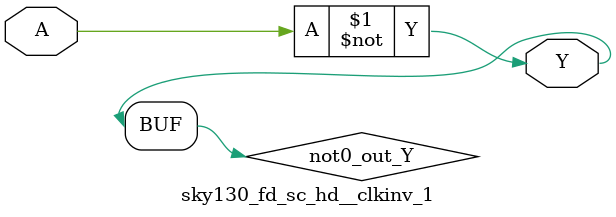
<source format=v>
module sky130_fd_sc_hd__clkinv_1 (
    Y,
    A
);
    output Y;
    input  A;
    wire not0_out_Y;
    not not0 (not0_out_Y, A              );
    buf buf0 (Y         , not0_out_Y     );
endmodule
</source>
